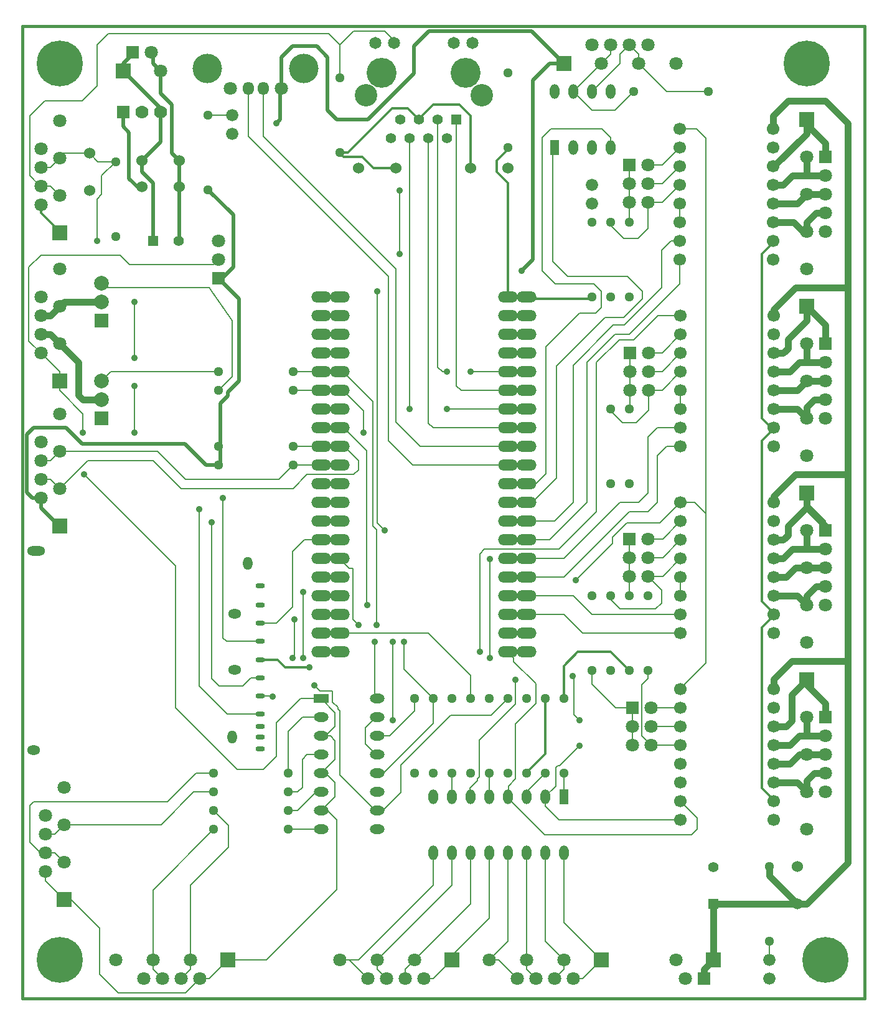
<source format=gtl>
G04 (created by PCBNEW-RS274X (2011-07-14 BZR 3049)-stable) date Fri 15 Jul 2011 10:43:33 AM CEST*
G01*
G70*
G90*
%MOIN*%
G04 Gerber Fmt 3.4, Leading zero omitted, Abs format*
%FSLAX34Y34*%
G04 APERTURE LIST*
%ADD10C,0.006000*%
%ADD11C,0.015000*%
%ADD12C,0.066900*%
%ADD13R,0.078700X0.078700*%
%ADD14C,0.070900*%
%ADD15R,0.051200X0.078700*%
%ADD16O,0.051200X0.078700*%
%ADD17R,0.078700X0.051200*%
%ADD18O,0.078700X0.051200*%
%ADD19O,0.059100X0.070900*%
%ADD20C,0.157500*%
%ADD21R,0.070900X0.070900*%
%ADD22C,0.246100*%
%ADD23O,0.106300X0.059100*%
%ADD24C,0.051200*%
%ADD25C,0.160000*%
%ADD26R,0.055000X0.055000*%
%ADD27C,0.055000*%
%ADD28C,0.120000*%
%ADD29C,0.065000*%
%ADD30C,0.060000*%
%ADD31C,0.066000*%
%ADD32C,0.070000*%
%ADD33R,0.070000X0.070000*%
%ADD34C,0.078700*%
%ADD35R,0.074800X0.074800*%
%ADD36O,0.050000X0.027600*%
%ADD37O,0.050900X0.070400*%
%ADD38O,0.070400X0.050900*%
%ADD39O,0.097800X0.050900*%
%ADD40C,0.035000*%
%ADD41C,0.013800*%
%ADD42C,0.019700*%
%ADD43C,0.008000*%
%ADD44C,0.035000*%
G04 APERTURE END LIST*
G54D10*
G54D11*
X12008Y-66043D02*
X12008Y-13976D01*
X57087Y-66043D02*
X12008Y-66043D01*
X57087Y-13976D02*
X57087Y-66043D01*
X56988Y-13976D02*
X57087Y-13976D01*
X12008Y-13976D02*
X56988Y-13976D01*
G54D12*
X47250Y-29500D03*
X47250Y-30500D03*
X47250Y-31500D03*
X47250Y-32500D03*
X47250Y-33500D03*
X47250Y-34500D03*
X47250Y-35500D03*
X47250Y-36500D03*
X52250Y-36500D03*
X52250Y-35500D03*
X52250Y-34500D03*
X52250Y-33500D03*
X52250Y-32500D03*
X52250Y-31500D03*
X52250Y-30500D03*
X52250Y-29500D03*
X47250Y-39500D03*
X47250Y-40500D03*
X47250Y-41500D03*
X47250Y-42500D03*
X47250Y-43500D03*
X47250Y-44500D03*
X47250Y-45500D03*
X47250Y-46500D03*
X52250Y-46500D03*
X52250Y-45500D03*
X52250Y-44500D03*
X52250Y-43500D03*
X52250Y-42500D03*
X52250Y-41500D03*
X52250Y-40500D03*
X52250Y-39500D03*
G54D13*
X41000Y-16000D03*
G54D14*
X43000Y-16000D03*
X45000Y-16000D03*
X47000Y-16000D03*
X42500Y-15000D03*
X43500Y-15000D03*
X44500Y-15000D03*
X45500Y-15000D03*
G54D13*
X14000Y-25050D03*
G54D14*
X14000Y-23050D03*
X14000Y-21050D03*
X14000Y-19050D03*
X13000Y-23550D03*
X13000Y-22550D03*
X13000Y-21550D03*
X13000Y-20550D03*
G54D15*
X41000Y-55250D03*
G54D16*
X40000Y-55250D03*
X39000Y-55250D03*
X38000Y-55250D03*
X37000Y-55250D03*
X36000Y-55250D03*
X35000Y-55250D03*
X34000Y-55250D03*
X34000Y-58250D03*
X35000Y-58250D03*
X36000Y-58250D03*
X37000Y-58250D03*
X38000Y-58250D03*
X39000Y-58250D03*
X40000Y-58250D03*
X41000Y-58250D03*
G54D17*
X28000Y-50000D03*
G54D18*
X28000Y-51000D03*
X28000Y-52000D03*
X28000Y-53000D03*
X28000Y-54000D03*
X28000Y-55000D03*
X28000Y-56000D03*
X28000Y-57000D03*
X31000Y-57000D03*
X31000Y-56000D03*
X31000Y-55000D03*
X31000Y-54000D03*
X31000Y-53000D03*
X31000Y-52000D03*
X31000Y-51000D03*
X31000Y-50000D03*
G54D15*
X40500Y-20500D03*
G54D16*
X41500Y-20500D03*
X42500Y-20500D03*
X43500Y-20500D03*
X43500Y-17500D03*
X42500Y-17500D03*
X41500Y-17500D03*
X40500Y-17500D03*
G54D19*
X24105Y-17320D03*
X24895Y-17320D03*
G54D14*
X23125Y-17320D03*
G54D20*
X21915Y-16250D03*
X27085Y-16250D03*
G54D14*
X25875Y-17320D03*
G54D13*
X49000Y-64000D03*
G54D14*
X47000Y-64000D03*
G54D21*
X48500Y-65000D03*
G54D14*
X47500Y-65000D03*
G54D13*
X17400Y-16400D03*
G54D14*
X19400Y-16400D03*
G54D21*
X17900Y-15400D03*
G54D14*
X18900Y-15400D03*
G54D13*
X14000Y-33000D03*
G54D14*
X14000Y-31000D03*
X14000Y-29000D03*
X14000Y-27000D03*
X13000Y-31500D03*
X13000Y-30500D03*
X13000Y-29500D03*
X13000Y-28500D03*
G54D13*
X14250Y-60750D03*
G54D14*
X14250Y-58750D03*
X14250Y-56750D03*
X14250Y-54750D03*
X13250Y-59250D03*
X13250Y-58250D03*
X13250Y-57250D03*
X13250Y-56250D03*
G54D13*
X23000Y-64000D03*
G54D14*
X21000Y-64000D03*
X19000Y-64000D03*
X17000Y-64000D03*
X21500Y-65000D03*
X20500Y-65000D03*
X19500Y-65000D03*
X18500Y-65000D03*
G54D13*
X43000Y-64000D03*
G54D14*
X41000Y-64000D03*
X39000Y-64000D03*
X37000Y-64000D03*
X41500Y-65000D03*
X40500Y-65000D03*
X39500Y-65000D03*
X38500Y-65000D03*
G54D13*
X14000Y-40750D03*
G54D14*
X14000Y-38750D03*
X14000Y-36750D03*
X14000Y-34750D03*
X13000Y-39250D03*
X13000Y-38250D03*
X13000Y-37250D03*
X13000Y-36250D03*
G54D13*
X35000Y-64000D03*
G54D14*
X33000Y-64000D03*
X31000Y-64000D03*
X29000Y-64000D03*
X33500Y-65000D03*
X32500Y-65000D03*
X31500Y-65000D03*
X30500Y-65000D03*
G54D13*
X54000Y-49000D03*
G54D14*
X54000Y-51000D03*
X54000Y-53000D03*
X54000Y-55000D03*
G54D21*
X55000Y-51000D03*
G54D14*
X55000Y-52000D03*
X55000Y-53000D03*
X55000Y-54000D03*
X54000Y-57000D03*
X55000Y-55000D03*
G54D13*
X54000Y-39000D03*
G54D14*
X54000Y-41000D03*
X54000Y-43000D03*
X54000Y-45000D03*
G54D21*
X55000Y-41000D03*
G54D14*
X55000Y-42000D03*
X55000Y-43000D03*
X55000Y-44000D03*
X54000Y-47000D03*
X55000Y-45000D03*
G54D13*
X54000Y-19000D03*
G54D14*
X54000Y-21000D03*
X54000Y-23000D03*
X54000Y-25000D03*
G54D21*
X55000Y-21000D03*
G54D14*
X55000Y-22000D03*
X55000Y-23000D03*
X55000Y-24000D03*
X54000Y-27000D03*
X55000Y-25000D03*
G54D13*
X54000Y-29000D03*
G54D14*
X54000Y-31000D03*
X54000Y-33000D03*
X54000Y-35000D03*
G54D21*
X55000Y-31000D03*
G54D14*
X55000Y-32000D03*
X55000Y-33000D03*
X55000Y-34000D03*
X54000Y-37000D03*
X55000Y-35000D03*
G54D22*
X14000Y-16000D03*
X54000Y-16000D03*
X14000Y-64000D03*
X55000Y-64000D03*
G54D23*
X39000Y-28500D03*
X39000Y-29500D03*
X39000Y-30500D03*
X39000Y-31500D03*
X39000Y-32500D03*
X39000Y-33500D03*
X39000Y-34500D03*
X39000Y-35500D03*
X39000Y-36500D03*
X39000Y-37500D03*
X39000Y-38500D03*
X39000Y-39500D03*
X39000Y-40500D03*
X39000Y-41500D03*
X39000Y-42500D03*
X39000Y-43500D03*
X39000Y-44500D03*
X39000Y-45500D03*
X39000Y-46500D03*
X39000Y-47500D03*
X28000Y-47500D03*
X28000Y-46500D03*
X28000Y-45500D03*
X28000Y-44500D03*
X28000Y-43500D03*
X28000Y-42500D03*
X28000Y-41500D03*
X28000Y-40500D03*
X28000Y-39500D03*
X28000Y-38500D03*
X28000Y-37500D03*
X28000Y-36500D03*
X28000Y-35500D03*
X28000Y-34500D03*
X28000Y-33500D03*
X28000Y-32500D03*
X28000Y-31500D03*
X28000Y-30500D03*
X28000Y-29500D03*
X28000Y-28500D03*
X29000Y-28500D03*
X29000Y-29500D03*
X29000Y-30500D03*
X29000Y-31500D03*
X29000Y-32500D03*
X29000Y-33500D03*
X29000Y-34500D03*
X29000Y-35500D03*
X29000Y-36500D03*
X29000Y-37500D03*
X29000Y-38500D03*
X29000Y-39500D03*
X29000Y-40500D03*
X29000Y-41500D03*
X29000Y-42500D03*
X29000Y-43500D03*
X29000Y-44500D03*
X29000Y-45500D03*
X29000Y-46500D03*
X29000Y-47500D03*
X38000Y-47500D03*
X38000Y-46500D03*
X38000Y-45500D03*
X38000Y-44500D03*
X38000Y-43500D03*
X38000Y-42500D03*
X38000Y-41500D03*
X38000Y-40500D03*
X38000Y-39500D03*
X38000Y-38500D03*
X38000Y-37500D03*
X38000Y-36500D03*
X38000Y-35500D03*
X38000Y-34500D03*
X38000Y-33500D03*
X38000Y-32500D03*
X38000Y-31500D03*
X38000Y-30500D03*
X38000Y-29500D03*
X38000Y-28500D03*
G54D21*
X44660Y-50500D03*
G54D14*
X45660Y-50500D03*
X44660Y-51500D03*
X45660Y-51500D03*
X44660Y-52500D03*
X45660Y-52500D03*
G54D21*
X44500Y-21420D03*
G54D14*
X45500Y-21420D03*
X44500Y-22420D03*
X45500Y-22420D03*
X44500Y-23420D03*
X45500Y-23420D03*
G54D21*
X44500Y-41460D03*
G54D14*
X45500Y-41460D03*
X44500Y-42460D03*
X45500Y-42460D03*
X44500Y-43460D03*
X45500Y-43460D03*
G54D21*
X44540Y-31480D03*
G54D14*
X45540Y-31480D03*
X44540Y-32480D03*
X45540Y-32480D03*
X44540Y-33480D03*
X45540Y-33480D03*
G54D12*
X47200Y-19500D03*
X47200Y-20500D03*
X47200Y-21500D03*
X47200Y-22500D03*
X47200Y-23500D03*
X47200Y-24500D03*
X47200Y-25500D03*
X47200Y-26500D03*
X52200Y-26500D03*
X52200Y-25500D03*
X52200Y-24500D03*
X52200Y-23500D03*
X52200Y-22500D03*
X52200Y-21500D03*
X52200Y-20500D03*
X52200Y-19500D03*
X47250Y-49500D03*
X47250Y-50500D03*
X47250Y-51500D03*
X47250Y-52500D03*
X47250Y-53500D03*
X47250Y-54500D03*
X47250Y-55500D03*
X47250Y-56500D03*
X52250Y-56500D03*
X52250Y-55500D03*
X52250Y-54500D03*
X52250Y-53500D03*
X52250Y-52500D03*
X52250Y-51500D03*
X52250Y-50500D03*
X52250Y-49500D03*
G54D24*
X26250Y-57000D03*
X22250Y-57000D03*
X41000Y-54000D03*
X41000Y-50000D03*
X40000Y-54000D03*
X40000Y-50000D03*
X21950Y-22750D03*
X21950Y-18750D03*
X26250Y-56000D03*
X22250Y-56000D03*
X37000Y-54000D03*
X37000Y-50000D03*
X45500Y-44500D03*
X45500Y-48500D03*
X35000Y-54000D03*
X35000Y-50000D03*
X33000Y-54000D03*
X33000Y-50000D03*
X42500Y-48500D03*
X42500Y-44500D03*
X34000Y-54000D03*
X34000Y-50000D03*
X38000Y-54000D03*
X38000Y-50000D03*
X26500Y-33500D03*
X22500Y-33500D03*
X43500Y-48500D03*
X43500Y-44500D03*
X26500Y-32500D03*
X22500Y-32500D03*
X44500Y-44500D03*
X44500Y-48500D03*
X43500Y-38500D03*
X43500Y-34500D03*
X17000Y-25250D03*
X17000Y-21250D03*
X44500Y-34500D03*
X44500Y-38500D03*
X36000Y-50000D03*
X36000Y-54000D03*
X43500Y-28500D03*
X43500Y-24500D03*
X26500Y-37500D03*
X22500Y-37500D03*
X26500Y-36500D03*
X22500Y-36500D03*
X44500Y-24500D03*
X44500Y-28500D03*
X52000Y-63000D03*
X52000Y-59000D03*
X42500Y-24500D03*
X42500Y-28500D03*
X29000Y-20750D03*
X29000Y-16750D03*
X38000Y-20500D03*
X38000Y-16500D03*
X48750Y-17500D03*
X44750Y-17500D03*
X39000Y-54000D03*
X39000Y-50000D03*
X26250Y-54000D03*
X22250Y-54000D03*
X26250Y-55000D03*
X22250Y-55000D03*
G54D21*
X22500Y-27500D03*
G54D14*
X22500Y-26500D03*
X22500Y-25500D03*
G54D25*
X31250Y-16500D03*
X35750Y-16500D03*
G54D26*
X35250Y-19000D03*
G54D27*
X34750Y-20000D03*
X34250Y-19000D03*
X33750Y-20000D03*
X33250Y-19000D03*
X32750Y-20000D03*
X32250Y-19000D03*
X31750Y-20000D03*
G54D28*
X36600Y-17700D03*
X30400Y-17700D03*
G54D29*
X36100Y-14900D03*
X35110Y-14900D03*
X31890Y-14900D03*
X30900Y-14900D03*
G54D30*
X53500Y-59000D03*
X53500Y-61000D03*
X15600Y-22800D03*
X15600Y-20800D03*
X38000Y-21600D03*
X36000Y-21600D03*
X30000Y-21600D03*
X32000Y-21600D03*
X20400Y-21200D03*
X18400Y-21200D03*
X20400Y-22600D03*
X18400Y-22600D03*
G54D31*
X42500Y-23500D03*
X42500Y-22500D03*
X52000Y-64000D03*
X52000Y-65000D03*
X23250Y-18750D03*
X23250Y-19750D03*
G54D26*
X49000Y-61000D03*
G54D27*
X49000Y-59031D03*
G54D26*
X19000Y-25500D03*
G54D27*
X20378Y-25500D03*
G54D32*
X19400Y-18600D03*
X18400Y-18600D03*
G54D33*
X17400Y-18600D03*
G54D34*
X16250Y-33000D03*
X16250Y-34000D03*
G54D35*
X16250Y-35000D03*
G54D34*
X16250Y-27750D03*
X16250Y-28750D03*
G54D35*
X16250Y-29750D03*
G54D36*
X24750Y-44978D03*
X24750Y-45957D03*
X24750Y-46935D03*
X24750Y-47913D03*
X24750Y-48890D03*
X24750Y-49869D03*
X24750Y-50818D03*
X24750Y-51483D03*
X24750Y-43963D03*
X24750Y-52050D03*
X24750Y-52676D03*
G54D37*
X24081Y-42770D03*
G54D38*
X23364Y-45443D03*
X23364Y-48463D03*
X12616Y-52758D03*
G54D37*
X23222Y-52053D03*
G54D39*
X12719Y-42085D03*
G54D40*
X27362Y-48327D03*
X38750Y-27100D03*
X25600Y-19200D03*
X25394Y-49902D03*
X30282Y-35770D03*
X37044Y-42532D03*
X37044Y-47824D03*
X38416Y-49000D03*
X16000Y-25500D03*
X18000Y-28750D03*
X18000Y-31750D03*
X18000Y-33250D03*
X18000Y-35750D03*
X41620Y-43660D03*
X36500Y-47500D03*
X15250Y-35750D03*
X15300Y-38000D03*
X21457Y-39862D03*
X22736Y-39272D03*
X22146Y-40551D03*
X36000Y-32500D03*
X34750Y-32500D03*
X34750Y-34500D03*
X32750Y-34500D03*
X31400Y-41000D03*
X31000Y-28200D03*
X32200Y-26200D03*
X32200Y-22800D03*
X32438Y-46942D03*
X30478Y-44982D03*
X30870Y-46942D03*
X29988Y-46060D03*
X30968Y-46060D03*
X31850Y-46942D03*
X31850Y-51156D03*
X41454Y-48804D03*
X41846Y-51156D03*
X41846Y-52528D03*
X27636Y-49294D03*
X26460Y-47824D03*
X26558Y-45766D03*
X27048Y-47824D03*
X27048Y-44296D03*
G54D41*
X24750Y-47913D02*
X25669Y-47913D01*
X26083Y-48327D02*
X27362Y-48327D01*
X25669Y-47913D02*
X26083Y-48327D01*
X44500Y-48500D02*
X43500Y-47500D01*
X41000Y-48250D02*
X41000Y-50000D01*
X41750Y-47500D02*
X41000Y-48250D01*
X43500Y-47500D02*
X41750Y-47500D01*
X33250Y-19000D02*
X33250Y-18950D01*
X36000Y-18800D02*
X36000Y-21600D01*
X35400Y-18200D02*
X36000Y-18800D01*
X34000Y-18200D02*
X35400Y-18200D01*
X33250Y-18950D02*
X34000Y-18200D01*
X29000Y-20750D02*
X29450Y-20750D01*
X32650Y-18400D02*
X33250Y-19000D01*
X31800Y-18400D02*
X32650Y-18400D01*
X29450Y-20750D02*
X31800Y-18400D01*
X52250Y-35500D02*
X52200Y-35600D01*
X52200Y-35600D02*
X51600Y-35000D01*
X51600Y-35000D02*
X51600Y-26200D01*
X51600Y-26200D02*
X52200Y-25600D01*
X52200Y-25600D02*
X52200Y-25500D01*
X52250Y-45500D02*
X52200Y-45600D01*
X52200Y-45600D02*
X51600Y-46200D01*
X51600Y-46200D02*
X51600Y-54800D01*
X51600Y-54800D02*
X52200Y-55400D01*
X52200Y-55400D02*
X52200Y-55600D01*
X52200Y-55600D02*
X52250Y-55500D01*
X52250Y-35500D02*
X52200Y-35600D01*
X52200Y-35600D02*
X51600Y-36200D01*
X51600Y-36200D02*
X51600Y-44800D01*
X51600Y-44800D02*
X52200Y-45400D01*
X52200Y-45400D02*
X52200Y-45600D01*
X52200Y-45600D02*
X52250Y-45500D01*
X38000Y-20500D02*
X38000Y-20600D01*
X38000Y-20600D02*
X37400Y-21200D01*
X37400Y-21200D02*
X37400Y-21800D01*
X37400Y-21800D02*
X38000Y-22400D01*
X38000Y-22400D02*
X38000Y-28500D01*
X39000Y-54000D02*
X39000Y-53950D01*
X39000Y-53950D02*
X40000Y-52950D01*
X40000Y-52950D02*
X40000Y-50000D01*
X32000Y-21600D02*
X30800Y-21600D01*
X30800Y-21600D02*
X30200Y-21000D01*
X30200Y-21000D02*
X29200Y-21000D01*
X29200Y-21000D02*
X29000Y-20800D01*
X29000Y-20800D02*
X29000Y-20750D01*
X14000Y-25050D02*
X14000Y-25000D01*
X14000Y-25000D02*
X13000Y-24000D01*
X13000Y-24000D02*
X13000Y-23550D01*
X39000Y-28500D02*
X39000Y-28600D01*
X39000Y-28600D02*
X42600Y-28600D01*
X42600Y-28600D02*
X42500Y-28500D01*
G54D42*
X18400Y-22600D02*
X18171Y-22600D01*
X17400Y-19369D02*
X17400Y-18600D01*
X17717Y-19686D02*
X17400Y-19369D01*
X17717Y-22146D02*
X17717Y-19686D01*
X18171Y-22600D02*
X17717Y-22146D01*
X25875Y-17320D02*
X25875Y-15660D01*
X39272Y-14272D02*
X41000Y-16000D01*
X33760Y-14272D02*
X39272Y-14272D01*
X32972Y-15060D02*
X33760Y-14272D01*
X32972Y-16536D02*
X32972Y-15060D01*
X30512Y-18996D02*
X32972Y-16536D01*
X28838Y-18996D02*
X30512Y-18996D01*
X28346Y-18504D02*
X28838Y-18996D01*
X28346Y-15649D02*
X28346Y-18504D01*
X27756Y-15059D02*
X28346Y-15649D01*
X26476Y-15059D02*
X27756Y-15059D01*
X25875Y-15660D02*
X26476Y-15059D01*
X22500Y-37500D02*
X21850Y-37500D01*
X12550Y-39250D02*
X13000Y-39250D01*
X12250Y-38950D02*
X12550Y-39250D01*
X12250Y-35850D02*
X12250Y-38950D01*
X12600Y-35500D02*
X12250Y-35850D01*
X14350Y-35500D02*
X12600Y-35500D01*
X15200Y-36350D02*
X14350Y-35500D01*
X20700Y-36350D02*
X15200Y-36350D01*
X21850Y-37500D02*
X20700Y-36350D01*
X38750Y-27100D02*
X39350Y-26500D01*
X39350Y-26500D02*
X39350Y-16900D01*
X39350Y-16900D02*
X40250Y-16000D01*
X40250Y-16000D02*
X41000Y-16000D01*
X25600Y-19200D02*
X25800Y-19000D01*
X25800Y-19000D02*
X25800Y-17400D01*
X25800Y-17400D02*
X25875Y-17320D01*
X22500Y-27500D02*
X23600Y-28600D01*
X23600Y-28600D02*
X23600Y-33000D01*
X23600Y-33000D02*
X23000Y-33600D01*
X23000Y-33600D02*
X23000Y-33800D01*
X23000Y-33800D02*
X22600Y-34200D01*
X22600Y-34200D02*
X22600Y-36600D01*
X22600Y-36600D02*
X22500Y-36500D01*
X21950Y-22750D02*
X23296Y-24096D01*
X23296Y-24096D02*
X23296Y-26900D01*
X23296Y-26900D02*
X22600Y-27596D01*
X22600Y-27596D02*
X22600Y-27600D01*
X22600Y-27600D02*
X22500Y-27500D01*
X14000Y-40750D02*
X14000Y-40800D01*
X13000Y-39800D02*
X13000Y-39250D01*
X14000Y-40800D02*
X13000Y-39800D01*
X22500Y-37500D02*
X22600Y-37600D01*
X22600Y-37600D02*
X22600Y-36600D01*
X22600Y-36600D02*
X22500Y-36500D01*
G54D43*
X31000Y-51000D02*
X30968Y-50960D01*
X30968Y-50960D02*
X30380Y-51548D01*
X30380Y-51548D02*
X30380Y-52430D01*
X30380Y-52430D02*
X30968Y-53018D01*
X30968Y-53018D02*
X31000Y-53000D01*
X24750Y-49869D02*
X25361Y-49869D01*
X25361Y-49869D02*
X25394Y-49902D01*
G54D44*
X54000Y-29000D02*
X55000Y-30000D01*
X55000Y-30000D02*
X55000Y-31000D01*
X52250Y-31500D02*
X52750Y-31500D01*
X52750Y-31500D02*
X53000Y-31250D01*
X53000Y-31250D02*
X53000Y-30750D01*
X53000Y-30750D02*
X54000Y-29750D01*
X54000Y-29750D02*
X54000Y-29000D01*
G54D43*
X55000Y-31000D02*
X55000Y-30000D01*
X54000Y-29750D02*
X54000Y-29000D01*
X53000Y-30750D02*
X54000Y-29750D01*
X53000Y-31250D02*
X53000Y-30750D01*
X52750Y-31500D02*
X53000Y-31250D01*
X47250Y-34500D02*
X47250Y-33500D01*
G54D44*
X54000Y-21000D02*
X54000Y-22000D01*
X52200Y-22500D02*
X52750Y-22500D01*
X52750Y-22500D02*
X53250Y-22000D01*
X53250Y-22000D02*
X54000Y-22000D01*
X54000Y-22000D02*
X55000Y-22000D01*
G54D43*
X53250Y-22000D02*
X55000Y-22000D01*
X52750Y-22500D02*
X53250Y-22000D01*
X47200Y-25500D02*
X46750Y-25500D01*
X40500Y-40500D02*
X38000Y-40500D01*
X41500Y-39500D02*
X40500Y-40500D01*
X41500Y-32150D02*
X41500Y-39500D01*
X43650Y-30000D02*
X41500Y-32150D01*
X44250Y-30000D02*
X43650Y-30000D01*
X46250Y-28000D02*
X44250Y-30000D01*
X46250Y-26000D02*
X46250Y-28000D01*
X46750Y-25500D02*
X46250Y-26000D01*
G54D44*
X54000Y-25000D02*
X54000Y-24500D01*
X54000Y-24500D02*
X54500Y-24000D01*
X54500Y-24000D02*
X55000Y-24000D01*
X52200Y-24500D02*
X53300Y-24500D01*
X53800Y-25000D02*
X54000Y-25000D01*
X53300Y-24500D02*
X53800Y-25000D01*
G54D43*
X54000Y-24500D02*
X54500Y-24000D01*
X54500Y-24000D02*
X55000Y-24000D01*
G54D44*
X54000Y-19000D02*
X54000Y-19250D01*
X54000Y-19250D02*
X55000Y-20250D01*
X55000Y-20250D02*
X55000Y-21000D01*
X52200Y-21500D02*
X52250Y-21500D01*
X52250Y-21500D02*
X54000Y-19750D01*
X54000Y-19750D02*
X54000Y-19000D01*
G54D43*
X54000Y-19750D02*
X54000Y-19000D01*
X52250Y-21500D02*
X54000Y-19750D01*
X55000Y-20250D02*
X55000Y-21000D01*
X54000Y-19250D02*
X55000Y-20250D01*
G54D44*
X55000Y-41000D02*
X55000Y-40750D01*
X55000Y-40750D02*
X54000Y-39750D01*
X52250Y-41500D02*
X52750Y-41500D01*
X52750Y-41500D02*
X53000Y-41250D01*
X53000Y-41250D02*
X53000Y-40750D01*
X53000Y-40750D02*
X54000Y-39750D01*
X54000Y-39750D02*
X54000Y-39000D01*
G54D43*
X54000Y-39000D02*
X54000Y-39500D01*
X55000Y-40500D02*
X55000Y-41000D01*
X54000Y-39500D02*
X55000Y-40500D01*
X54000Y-39750D02*
X54000Y-39000D01*
X53000Y-40750D02*
X54000Y-39750D01*
X53000Y-41250D02*
X53000Y-40750D01*
X52750Y-41500D02*
X53000Y-41250D01*
X44540Y-32480D02*
X44540Y-33480D01*
X44540Y-31480D02*
X44540Y-32480D01*
X44540Y-31480D02*
X44540Y-34460D01*
X44540Y-34460D02*
X44500Y-34500D01*
X45540Y-32480D02*
X46270Y-32480D01*
X46270Y-32480D02*
X47250Y-31500D01*
X43500Y-44500D02*
X43500Y-44700D01*
X46220Y-44180D02*
X45500Y-43460D01*
X46220Y-44880D02*
X46220Y-44180D01*
X45900Y-45200D02*
X46220Y-44880D01*
X44000Y-45200D02*
X45900Y-45200D01*
X43500Y-44700D02*
X44000Y-45200D01*
X45500Y-43460D02*
X46290Y-43460D01*
X46290Y-43460D02*
X47250Y-42500D01*
X44500Y-42460D02*
X44500Y-43460D01*
X44500Y-41460D02*
X44500Y-42460D01*
X44500Y-44500D02*
X44500Y-41460D01*
X45500Y-42460D02*
X46290Y-42460D01*
X46290Y-42460D02*
X47250Y-41500D01*
X52000Y-63000D02*
X52000Y-64000D01*
X45000Y-16000D02*
X46500Y-17500D01*
X46500Y-17500D02*
X48750Y-17500D01*
X44500Y-15000D02*
X45000Y-15500D01*
X45000Y-15500D02*
X45000Y-16000D01*
X42500Y-17500D02*
X44000Y-16000D01*
X44000Y-15500D02*
X44500Y-15000D01*
X44000Y-16000D02*
X44000Y-15500D01*
X29000Y-33500D02*
X29008Y-33516D01*
X29008Y-33516D02*
X29204Y-33516D01*
X29204Y-33516D02*
X30282Y-34594D01*
X30282Y-34594D02*
X30282Y-35770D01*
X37044Y-42532D02*
X37044Y-47824D01*
X38416Y-49000D02*
X38416Y-50274D01*
X38416Y-50274D02*
X36456Y-52234D01*
X36456Y-52234D02*
X36456Y-54194D01*
X36456Y-54194D02*
X36358Y-54292D01*
X36358Y-54292D02*
X36358Y-54390D01*
X36358Y-54390D02*
X35966Y-54782D01*
X35966Y-54782D02*
X35966Y-55272D01*
X35966Y-55272D02*
X36000Y-55250D01*
X29000Y-33500D02*
X28000Y-33500D01*
X26500Y-33500D02*
X28000Y-33500D01*
X16250Y-33000D02*
X16750Y-32500D01*
X16750Y-32500D02*
X22500Y-32500D01*
X22500Y-33500D02*
X23250Y-32750D01*
X16500Y-28000D02*
X22000Y-28000D01*
X22000Y-28000D02*
X23250Y-29750D01*
X16500Y-28000D02*
X16250Y-27750D01*
X23250Y-32750D02*
X23250Y-29750D01*
G54D44*
X16250Y-28750D02*
X14250Y-28750D01*
X14250Y-28750D02*
X13500Y-29500D01*
X13500Y-29500D02*
X13000Y-29500D01*
G54D43*
X14000Y-29000D02*
X14250Y-28750D01*
X13000Y-29500D02*
X13500Y-29500D01*
X13500Y-29500D02*
X14000Y-29000D01*
X36000Y-50000D02*
X36000Y-48750D01*
X33750Y-46500D02*
X28000Y-46500D01*
X36000Y-48750D02*
X33750Y-46500D01*
X17000Y-21250D02*
X16250Y-22000D01*
X16250Y-22000D02*
X16250Y-23000D01*
X16250Y-23000D02*
X16000Y-23250D01*
X16000Y-23250D02*
X16000Y-25500D01*
X18000Y-28750D02*
X18000Y-31750D01*
X18000Y-33250D02*
X18000Y-35750D01*
X17000Y-21250D02*
X16050Y-21250D01*
X16050Y-21250D02*
X15600Y-20800D01*
X15600Y-20800D02*
X14250Y-20800D01*
X14250Y-20800D02*
X14000Y-21050D01*
X28000Y-46500D02*
X29000Y-46500D01*
X13000Y-21550D02*
X13500Y-21550D01*
X13500Y-21550D02*
X14000Y-21050D01*
X21950Y-18750D02*
X23250Y-18750D01*
X43500Y-24500D02*
X43500Y-24660D01*
X45500Y-24840D02*
X45500Y-23420D01*
X44980Y-25360D02*
X45500Y-24840D01*
X44200Y-25360D02*
X44980Y-25360D01*
X43500Y-24660D02*
X44200Y-25360D01*
X45500Y-23420D02*
X46280Y-23420D01*
X46280Y-23420D02*
X47200Y-22500D01*
X44500Y-23420D02*
X44500Y-24500D01*
X44500Y-21420D02*
X44500Y-22420D01*
X44500Y-22420D02*
X44500Y-23420D01*
X45500Y-22420D02*
X46280Y-22420D01*
X46280Y-22420D02*
X47200Y-21500D01*
X46150Y-40600D02*
X47250Y-39500D01*
X44360Y-40600D02*
X46150Y-40600D01*
X43600Y-41360D02*
X44360Y-40600D01*
X43600Y-41680D02*
X43600Y-41360D01*
X41620Y-43660D02*
X43600Y-41680D01*
X28000Y-34500D02*
X29000Y-34500D01*
X47200Y-19500D02*
X48100Y-19500D01*
X48100Y-19500D02*
X48600Y-20000D01*
X48600Y-20000D02*
X48600Y-40300D01*
X47250Y-49500D02*
X47250Y-49450D01*
X47250Y-49450D02*
X48600Y-48100D01*
X48600Y-48100D02*
X48600Y-40300D01*
X48000Y-39500D02*
X47250Y-39500D01*
X48600Y-40100D02*
X48000Y-39500D01*
X48600Y-40300D02*
X48600Y-40100D01*
X46040Y-29500D02*
X46020Y-29500D01*
X36750Y-42000D02*
X36500Y-42250D01*
X42750Y-32500D02*
X42750Y-40000D01*
X42750Y-40000D02*
X40750Y-42000D01*
X40750Y-42000D02*
X36750Y-42000D01*
X36500Y-42250D02*
X36500Y-47500D01*
X42750Y-31990D02*
X42750Y-32500D01*
X43960Y-30780D02*
X42750Y-31990D01*
X44740Y-30780D02*
X43960Y-30780D01*
X46020Y-29500D02*
X44740Y-30780D01*
X47250Y-29500D02*
X46040Y-29500D01*
X46040Y-29500D02*
X46000Y-29500D01*
X29000Y-47500D02*
X28000Y-47500D01*
X24895Y-17320D02*
X24895Y-19895D01*
X33300Y-36500D02*
X39000Y-36500D01*
X32000Y-35200D02*
X33300Y-36500D01*
X32000Y-27000D02*
X32000Y-35200D01*
X24895Y-19895D02*
X32000Y-27000D01*
X38000Y-45500D02*
X39000Y-45500D01*
X39000Y-45500D02*
X41000Y-45500D01*
X41000Y-45500D02*
X42000Y-46500D01*
X42000Y-46500D02*
X47250Y-46500D01*
X47250Y-36500D02*
X46500Y-36500D01*
X41000Y-43500D02*
X38000Y-43500D01*
X44500Y-40000D02*
X41000Y-43500D01*
X45500Y-40000D02*
X44500Y-40000D01*
X46000Y-39500D02*
X45500Y-40000D01*
X46000Y-37000D02*
X46000Y-39500D01*
X46500Y-36500D02*
X46000Y-37000D01*
X14250Y-56750D02*
X19431Y-56750D01*
X21181Y-55000D02*
X22250Y-55000D01*
X19431Y-56750D02*
X21181Y-55000D01*
X13250Y-57250D02*
X13750Y-57250D01*
X13750Y-57250D02*
X14250Y-56750D01*
X13250Y-58250D02*
X12974Y-58250D01*
X21295Y-54000D02*
X22250Y-54000D01*
X19783Y-55512D02*
X21295Y-54000D01*
X12598Y-55512D02*
X19783Y-55512D01*
X12402Y-55708D02*
X12598Y-55512D01*
X12402Y-57678D02*
X12402Y-55708D01*
X12974Y-58250D02*
X12402Y-57678D01*
X13250Y-58250D02*
X13750Y-58250D01*
X13750Y-58250D02*
X14250Y-58750D01*
X28000Y-51000D02*
X27000Y-51000D01*
X26250Y-51750D02*
X26250Y-54000D01*
X27000Y-51000D02*
X26250Y-51750D01*
X14000Y-33500D02*
X15250Y-34750D01*
X15250Y-34750D02*
X15250Y-35750D01*
X14000Y-33500D02*
X14000Y-33000D01*
X26900Y-50000D02*
X28000Y-50000D01*
X25600Y-51300D02*
X26900Y-50000D01*
X25600Y-53100D02*
X25600Y-51300D01*
X24900Y-53800D02*
X25600Y-53100D01*
X23500Y-53800D02*
X24900Y-53800D01*
X20200Y-50500D02*
X23500Y-53800D01*
X20200Y-42900D02*
X20200Y-50500D01*
X15300Y-38000D02*
X20200Y-42900D01*
X23000Y-64000D02*
X25075Y-64000D01*
X28343Y-56000D02*
X28000Y-56000D01*
X28839Y-56496D02*
X28343Y-56000D01*
X28839Y-60236D02*
X28839Y-56496D01*
X25075Y-64000D02*
X28839Y-60236D01*
X14250Y-60750D02*
X14588Y-60750D01*
X20752Y-65748D02*
X21500Y-65000D01*
X17126Y-65748D02*
X20752Y-65748D01*
X16142Y-64764D02*
X17126Y-65748D01*
X16142Y-62304D02*
X16142Y-64764D01*
X14588Y-60750D02*
X16142Y-62304D01*
X21500Y-65000D02*
X22000Y-65000D01*
X22000Y-65000D02*
X23000Y-64000D01*
X13250Y-59250D02*
X13250Y-59750D01*
X13250Y-59750D02*
X14250Y-60750D01*
X28000Y-50000D02*
X28750Y-50750D01*
X28750Y-50750D02*
X28750Y-51500D01*
X28750Y-51500D02*
X28250Y-52000D01*
X28250Y-52000D02*
X28000Y-52000D01*
X28000Y-52000D02*
X28500Y-52000D01*
X28750Y-53250D02*
X28000Y-54000D01*
X28750Y-52250D02*
X28750Y-53250D01*
X28500Y-52000D02*
X28750Y-52250D01*
X28000Y-54000D02*
X28250Y-54000D01*
X28250Y-54000D02*
X28750Y-54500D01*
X28750Y-54500D02*
X28750Y-55250D01*
X28750Y-55250D02*
X28000Y-56000D01*
X22500Y-26500D02*
X22250Y-26750D01*
X12350Y-30850D02*
X13000Y-31500D01*
X12350Y-26900D02*
X12350Y-30850D01*
X13000Y-26250D02*
X12350Y-26900D01*
X17250Y-26250D02*
X13000Y-26250D01*
X17750Y-26750D02*
X17250Y-26250D01*
X22250Y-26750D02*
X17750Y-26750D01*
X14000Y-33000D02*
X14000Y-32500D01*
X14000Y-32500D02*
X13000Y-31500D01*
X28000Y-53000D02*
X27250Y-53000D01*
X26750Y-55000D02*
X26250Y-55000D01*
X27000Y-54750D02*
X26750Y-55000D01*
X27000Y-53250D02*
X27000Y-54750D01*
X27250Y-53000D02*
X27000Y-53250D01*
X28000Y-55000D02*
X27750Y-55000D01*
X26750Y-56000D02*
X26250Y-56000D01*
X27750Y-55000D02*
X26750Y-56000D01*
X26250Y-57000D02*
X27000Y-57000D01*
X27000Y-57000D02*
X28000Y-57000D01*
X33000Y-64000D02*
X35000Y-62000D01*
X36000Y-61000D02*
X36000Y-58250D01*
X35000Y-62000D02*
X36000Y-61000D01*
X32500Y-65000D02*
X32500Y-64500D01*
X32500Y-64500D02*
X33000Y-64000D01*
X37000Y-64000D02*
X37500Y-64000D01*
X37500Y-64000D02*
X38500Y-65000D01*
X38000Y-58250D02*
X38000Y-63000D01*
X38000Y-63000D02*
X37000Y-64000D01*
X21000Y-64000D02*
X21000Y-60004D01*
X23031Y-56781D02*
X22250Y-56000D01*
X23031Y-57973D02*
X23031Y-56781D01*
X21000Y-60004D02*
X23031Y-57973D01*
X21000Y-64000D02*
X21000Y-64500D01*
X21000Y-64500D02*
X20500Y-65000D01*
X24750Y-50818D02*
X22964Y-50818D01*
X21457Y-49311D02*
X21457Y-39862D01*
X22964Y-50818D02*
X21457Y-49311D01*
X28000Y-39500D02*
X29000Y-39500D01*
X24750Y-45957D02*
X25598Y-45957D01*
X27102Y-41500D02*
X29000Y-41500D01*
X26476Y-42126D02*
X27102Y-41500D01*
X26476Y-45079D02*
X26476Y-42126D01*
X25598Y-45957D02*
X26476Y-45079D01*
X28000Y-41500D02*
X29000Y-41500D01*
X24750Y-46935D02*
X22919Y-46935D01*
X22736Y-46752D02*
X22736Y-39272D01*
X22919Y-46935D02*
X22736Y-46752D01*
X28000Y-38500D02*
X29000Y-38500D01*
X24750Y-48890D02*
X24239Y-48890D01*
X22146Y-48917D02*
X22146Y-40551D01*
X22540Y-49311D02*
X22146Y-48917D01*
X23818Y-49311D02*
X22540Y-49311D01*
X24239Y-48890D02*
X23818Y-49311D01*
X28000Y-40500D02*
X29000Y-40500D01*
X14000Y-38750D02*
X15500Y-37250D01*
X29250Y-36500D02*
X29000Y-36500D01*
X30000Y-37250D02*
X29250Y-36500D01*
X30000Y-37750D02*
X30000Y-37250D01*
X29750Y-38000D02*
X30000Y-37750D01*
X27250Y-38000D02*
X29750Y-38000D01*
X26500Y-38750D02*
X27250Y-38000D01*
X20500Y-38750D02*
X26500Y-38750D01*
X19000Y-37250D02*
X20500Y-38750D01*
X15500Y-37250D02*
X19000Y-37250D01*
X26500Y-36500D02*
X28000Y-36500D01*
X28000Y-36500D02*
X29000Y-36500D01*
X13000Y-38250D02*
X13500Y-38250D01*
X13500Y-38250D02*
X14000Y-38750D01*
G54D42*
X20400Y-21200D02*
X20000Y-20800D01*
X20000Y-20800D02*
X20000Y-18200D01*
X20000Y-18200D02*
X19400Y-17600D01*
X19400Y-17600D02*
X19400Y-16400D01*
X20400Y-22600D02*
X20400Y-25600D01*
X20400Y-25600D02*
X20378Y-25500D01*
X19400Y-16400D02*
X19000Y-16000D01*
X19000Y-16000D02*
X19000Y-15400D01*
X19000Y-15400D02*
X18900Y-15400D01*
X20400Y-22600D02*
X20400Y-21200D01*
G54D43*
X38000Y-32500D02*
X36000Y-32500D01*
X34500Y-32500D02*
X34750Y-32500D01*
X34250Y-32250D02*
X34250Y-19000D01*
X34250Y-32250D02*
X34500Y-32500D01*
X39000Y-32500D02*
X38000Y-32500D01*
X38000Y-34500D02*
X34750Y-34500D01*
X32750Y-34500D02*
X32750Y-20000D01*
X39000Y-34500D02*
X38000Y-34500D01*
X35500Y-33500D02*
X38000Y-33500D01*
X35250Y-33250D02*
X35250Y-19000D01*
X35250Y-33250D02*
X35500Y-33500D01*
X39000Y-33500D02*
X38000Y-33500D01*
X33750Y-35250D02*
X33750Y-20000D01*
X34000Y-35500D02*
X33750Y-35250D01*
X34000Y-35500D02*
X38000Y-35500D01*
X39000Y-35500D02*
X38000Y-35500D01*
X44660Y-51500D02*
X44660Y-52500D01*
X44660Y-50500D02*
X43780Y-50500D01*
X42500Y-49220D02*
X42500Y-48500D01*
X43780Y-50500D02*
X42500Y-49220D01*
X44660Y-50500D02*
X44660Y-52500D01*
G54D44*
X54000Y-49000D02*
X54000Y-49250D01*
X54000Y-49250D02*
X55000Y-50250D01*
X55000Y-50250D02*
X55000Y-51000D01*
X52250Y-51500D02*
X52900Y-51500D01*
X53200Y-49800D02*
X54000Y-49000D01*
X53200Y-51200D02*
X53200Y-49800D01*
X52900Y-51500D02*
X53200Y-51200D01*
G54D43*
X55000Y-50250D02*
X55000Y-51000D01*
X54000Y-49250D02*
X55000Y-50250D01*
X45660Y-51500D02*
X47250Y-51500D01*
X35000Y-64000D02*
X35000Y-63750D01*
X37000Y-61750D02*
X37000Y-58250D01*
X35000Y-63750D02*
X37000Y-61750D01*
X33500Y-65000D02*
X34000Y-65000D01*
X34000Y-65000D02*
X35000Y-64000D01*
X31000Y-64000D02*
X32500Y-62500D01*
X35000Y-60000D02*
X35000Y-58250D01*
X32500Y-62500D02*
X35000Y-60000D01*
X31000Y-64000D02*
X31000Y-64500D01*
X31000Y-64500D02*
X31500Y-65000D01*
X41500Y-65000D02*
X42000Y-65000D01*
X42000Y-65000D02*
X43000Y-64000D01*
X41000Y-58250D02*
X41000Y-62000D01*
X41000Y-62000D02*
X43000Y-64000D01*
X41000Y-64000D02*
X41000Y-64500D01*
X41000Y-64500D02*
X40500Y-65000D01*
X40000Y-58250D02*
X40000Y-63000D01*
X40000Y-63000D02*
X41000Y-64000D01*
X39000Y-64000D02*
X39000Y-58250D01*
X39000Y-64000D02*
X39000Y-64500D01*
X39000Y-64500D02*
X39500Y-65000D01*
X41000Y-54000D02*
X41000Y-55250D01*
X39000Y-55250D02*
X39000Y-55000D01*
X39000Y-55000D02*
X40000Y-54000D01*
X37000Y-55250D02*
X37000Y-54000D01*
X35000Y-54000D02*
X35000Y-55250D01*
X29000Y-64000D02*
X30000Y-64000D01*
X34000Y-60000D02*
X34000Y-58250D01*
X30000Y-64000D02*
X34000Y-60000D01*
X29000Y-64000D02*
X29500Y-64000D01*
X29500Y-64000D02*
X30500Y-65000D01*
X40500Y-20500D02*
X40400Y-20600D01*
X45200Y-28200D02*
X45200Y-28600D01*
X44400Y-27400D02*
X45200Y-28200D01*
X41200Y-27400D02*
X44400Y-27400D01*
X40400Y-26600D02*
X41200Y-27400D01*
X40400Y-20600D02*
X40400Y-26600D01*
X45200Y-28600D02*
X44200Y-29600D01*
X44200Y-29600D02*
X43200Y-29600D01*
X43200Y-29600D02*
X40600Y-32200D01*
X40600Y-32200D02*
X40600Y-38200D01*
X40600Y-38200D02*
X39200Y-39600D01*
X39200Y-39600D02*
X38100Y-39600D01*
X38100Y-39600D02*
X38000Y-39500D01*
X38000Y-39500D02*
X39000Y-39500D01*
X24105Y-17320D02*
X24105Y-19905D01*
X32900Y-37500D02*
X39000Y-37500D01*
X31600Y-36200D02*
X32900Y-37500D01*
X31600Y-27400D02*
X31600Y-36200D01*
X24105Y-19905D02*
X31600Y-27400D01*
X47250Y-35500D02*
X46000Y-35500D01*
X41000Y-42500D02*
X38000Y-42500D01*
X44000Y-39500D02*
X41000Y-42500D01*
X45000Y-39500D02*
X44000Y-39500D01*
X45500Y-39000D02*
X45000Y-39500D01*
X45500Y-36000D02*
X45500Y-39000D01*
X46000Y-35500D02*
X45500Y-36000D01*
X38000Y-44500D02*
X41500Y-44500D01*
X42500Y-45500D02*
X47250Y-45500D01*
X41500Y-44500D02*
X42500Y-45500D01*
X47250Y-44500D02*
X47250Y-43500D01*
G54D44*
X54000Y-45000D02*
X54000Y-44500D01*
X54000Y-44500D02*
X54500Y-44000D01*
X54500Y-44000D02*
X55000Y-44000D01*
X52250Y-44500D02*
X53500Y-44500D01*
X53500Y-44500D02*
X54000Y-45000D01*
G54D43*
X55000Y-44000D02*
X54500Y-44000D01*
X54500Y-44000D02*
X54000Y-44500D01*
X53500Y-44500D02*
X54000Y-45000D01*
G54D44*
X54000Y-41000D02*
X54000Y-42000D01*
X52250Y-42500D02*
X52750Y-42500D01*
X52750Y-42500D02*
X53250Y-42000D01*
X53250Y-42000D02*
X54000Y-42000D01*
X54000Y-42000D02*
X55000Y-42000D01*
G54D43*
X53250Y-42000D02*
X55000Y-42000D01*
X52750Y-42500D02*
X53250Y-42000D01*
X43500Y-34500D02*
X43500Y-34600D01*
X45540Y-34560D02*
X45540Y-33480D01*
X44880Y-35220D02*
X45540Y-34560D01*
X44120Y-35220D02*
X44880Y-35220D01*
X43500Y-34600D02*
X44120Y-35220D01*
X45540Y-33480D02*
X46270Y-33480D01*
X46270Y-33480D02*
X47250Y-32500D01*
X45540Y-31480D02*
X46270Y-31480D01*
X46270Y-31480D02*
X47250Y-30500D01*
G54D44*
X54000Y-33000D02*
X55000Y-33000D01*
X52250Y-33500D02*
X53500Y-33500D01*
X53500Y-33500D02*
X54000Y-33000D01*
G54D43*
X53500Y-33500D02*
X54000Y-33000D01*
X31890Y-14900D02*
X31890Y-14764D01*
X29728Y-14272D02*
X29000Y-15000D01*
X31398Y-14272D02*
X29728Y-14272D01*
X31890Y-14764D02*
X31398Y-14272D01*
X31400Y-41000D02*
X31000Y-40600D01*
X31000Y-40600D02*
X31000Y-28200D01*
X32200Y-26200D02*
X32200Y-22800D01*
X28406Y-14406D02*
X29000Y-15000D01*
X12950Y-22550D02*
X12400Y-22000D01*
X12400Y-22000D02*
X12400Y-18800D01*
X12400Y-18800D02*
X13200Y-18000D01*
X13200Y-18000D02*
X15200Y-18000D01*
X15200Y-18000D02*
X16000Y-17200D01*
X16000Y-17200D02*
X16000Y-15000D01*
X16000Y-15000D02*
X16594Y-14406D01*
X16594Y-14406D02*
X28406Y-14406D01*
X13000Y-22550D02*
X12950Y-22550D01*
X29000Y-15000D02*
X29000Y-16750D01*
X13000Y-22550D02*
X13500Y-22550D01*
X13500Y-22550D02*
X14000Y-23050D01*
X28000Y-45500D02*
X29000Y-45500D01*
X30434Y-36800D02*
X30434Y-36734D01*
X29200Y-35500D02*
X29000Y-35500D01*
X30434Y-36734D02*
X29200Y-35500D01*
X34000Y-50000D02*
X34006Y-49980D01*
X34006Y-49980D02*
X32438Y-48412D01*
X32438Y-48412D02*
X32438Y-46942D01*
X30478Y-44982D02*
X30434Y-44938D01*
X30434Y-44938D02*
X30434Y-36800D01*
X30434Y-36800D02*
X30434Y-36804D01*
X29008Y-35476D02*
X29000Y-35500D01*
X31000Y-54000D02*
X31335Y-54000D01*
X34000Y-51335D02*
X34000Y-50000D01*
X31335Y-54000D02*
X34000Y-51335D01*
X28000Y-35500D02*
X29000Y-35500D01*
X31000Y-50000D02*
X30968Y-49980D01*
X30968Y-49980D02*
X30870Y-49882D01*
X30870Y-49882D02*
X30870Y-46942D01*
X29988Y-46060D02*
X29694Y-45766D01*
X29694Y-45766D02*
X29694Y-43022D01*
X29694Y-43022D02*
X29498Y-43022D01*
X29498Y-43022D02*
X29008Y-42532D01*
X29008Y-42532D02*
X29000Y-42500D01*
X45500Y-41460D02*
X46290Y-41460D01*
X46290Y-41460D02*
X47250Y-40500D01*
X45500Y-48500D02*
X45500Y-48920D01*
X45160Y-52000D02*
X45660Y-52500D01*
X45160Y-49260D02*
X45160Y-52000D01*
X45500Y-48920D02*
X45160Y-49260D01*
X45660Y-52500D02*
X47250Y-52500D01*
X45660Y-50500D02*
X47250Y-50500D01*
G54D44*
X13500Y-30500D02*
X14000Y-31000D01*
X13000Y-30500D02*
X13500Y-30500D01*
X14000Y-31000D02*
X13600Y-30600D01*
X16250Y-34000D02*
X15250Y-34000D01*
X15250Y-34000D02*
X15000Y-33750D01*
X15000Y-33750D02*
X15000Y-32000D01*
X15000Y-32000D02*
X14000Y-31000D01*
G54D43*
X15000Y-32000D02*
X15000Y-33750D01*
X41500Y-17500D02*
X42500Y-18500D01*
X43750Y-18500D02*
X44750Y-17500D01*
X42500Y-18500D02*
X43750Y-18500D01*
X41500Y-17500D02*
X43000Y-16000D01*
X43000Y-16000D02*
X43500Y-15500D01*
X43500Y-15500D02*
X43500Y-15000D01*
X29000Y-32500D02*
X29008Y-32536D01*
X29008Y-32536D02*
X29204Y-32536D01*
X29204Y-32536D02*
X30772Y-34104D01*
X30772Y-34104D02*
X30772Y-40768D01*
X30772Y-40768D02*
X30968Y-40964D01*
X30968Y-40964D02*
X30968Y-46060D01*
X31850Y-46942D02*
X31850Y-51156D01*
X28000Y-32500D02*
X26500Y-32500D01*
G54D44*
X54000Y-52000D02*
X53600Y-52000D01*
X53100Y-52500D02*
X52250Y-52500D01*
X53600Y-52000D02*
X53100Y-52500D01*
X54000Y-52000D02*
X55000Y-52000D01*
X54000Y-51000D02*
X54000Y-52000D01*
G54D43*
X54250Y-52000D02*
X54000Y-52000D01*
X54000Y-51000D02*
X54000Y-51750D01*
X54250Y-52000D02*
X55000Y-52000D01*
X54000Y-51750D02*
X54250Y-52000D01*
G54D44*
X55000Y-54000D02*
X54400Y-54000D01*
X54000Y-54400D02*
X54000Y-55000D01*
X54400Y-54000D02*
X54000Y-54400D01*
X52250Y-54500D02*
X53500Y-54500D01*
X53500Y-54500D02*
X54000Y-55000D01*
X52250Y-43500D02*
X52900Y-43500D01*
X53400Y-43000D02*
X55000Y-43000D01*
X52900Y-43500D02*
X53400Y-43000D01*
G54D43*
X54000Y-43000D02*
X53500Y-43000D01*
X53000Y-43500D02*
X52250Y-43500D01*
X53500Y-43000D02*
X53000Y-43500D01*
X54000Y-43000D02*
X55000Y-43000D01*
G54D44*
X54000Y-31000D02*
X54000Y-32000D01*
X52250Y-32500D02*
X53100Y-32500D01*
X53100Y-32500D02*
X53600Y-32000D01*
X53600Y-32000D02*
X54000Y-32000D01*
X54000Y-32000D02*
X55000Y-32000D01*
X54000Y-35000D02*
X54000Y-34400D01*
X54400Y-34000D02*
X55000Y-34000D01*
X54000Y-34400D02*
X54400Y-34000D01*
X52250Y-34500D02*
X53500Y-34500D01*
X53500Y-34500D02*
X54000Y-35000D01*
G54D43*
X53500Y-34500D02*
X54000Y-35000D01*
G54D44*
X52200Y-23500D02*
X53500Y-23500D01*
X53500Y-23500D02*
X54000Y-23000D01*
X54000Y-23000D02*
X55000Y-23000D01*
G54D43*
X53500Y-23500D02*
X54000Y-23000D01*
X47200Y-26500D02*
X47200Y-27800D01*
X47200Y-27800D02*
X44500Y-30500D01*
X44500Y-30500D02*
X43750Y-30500D01*
X43750Y-30500D02*
X42250Y-32000D01*
X42250Y-32000D02*
X42250Y-39500D01*
X42250Y-39500D02*
X40250Y-41500D01*
X40250Y-41500D02*
X38000Y-41500D01*
X45500Y-21420D02*
X46280Y-21420D01*
X46280Y-21420D02*
X47200Y-20500D01*
X47200Y-23500D02*
X47200Y-24500D01*
X19000Y-64000D02*
X19000Y-60250D01*
X19000Y-60250D02*
X22250Y-57000D01*
X19000Y-64000D02*
X19000Y-64500D01*
X19000Y-64500D02*
X19500Y-65000D01*
X41454Y-48804D02*
X41454Y-48836D01*
X41454Y-48836D02*
X41552Y-48934D01*
X40000Y-55250D02*
X39984Y-55272D01*
X41552Y-50862D02*
X41552Y-48934D01*
X41846Y-51156D02*
X41552Y-50862D01*
X40768Y-53606D02*
X41846Y-52528D01*
X40670Y-53606D02*
X40768Y-53606D01*
X40572Y-53704D02*
X40670Y-53606D01*
X40572Y-54684D02*
X40572Y-53704D01*
X39984Y-55272D02*
X40572Y-54684D01*
X41552Y-48934D02*
X41552Y-48804D01*
X40000Y-55250D02*
X40000Y-55750D01*
X40750Y-56500D02*
X47250Y-56500D01*
X40000Y-55750D02*
X40750Y-56500D01*
X39000Y-46500D02*
X38000Y-46500D01*
G54D44*
X55000Y-53000D02*
X54000Y-53000D01*
X52250Y-53500D02*
X53100Y-53500D01*
X53100Y-53500D02*
X53600Y-53000D01*
X53600Y-53000D02*
X54000Y-53000D01*
G54D43*
X38000Y-55250D02*
X38000Y-55322D01*
X48130Y-56380D02*
X47250Y-55500D01*
X48130Y-56988D02*
X48130Y-56380D01*
X47835Y-57283D02*
X48130Y-56988D01*
X39961Y-57283D02*
X47835Y-57283D01*
X38000Y-55322D02*
X39961Y-57283D01*
X38000Y-47500D02*
X38024Y-47530D01*
X38024Y-47530D02*
X38318Y-47824D01*
X38318Y-47824D02*
X38318Y-48020D01*
X38318Y-48020D02*
X39495Y-49197D01*
X39495Y-49197D02*
X39495Y-50273D01*
X39495Y-50273D02*
X38416Y-51352D01*
X38416Y-51352D02*
X38416Y-54292D01*
X38416Y-54292D02*
X38024Y-54684D01*
X38024Y-54684D02*
X38024Y-55272D01*
X38024Y-55272D02*
X38000Y-55250D01*
X39000Y-38500D02*
X39500Y-38500D01*
X43500Y-19950D02*
X43500Y-20500D01*
X43050Y-19500D02*
X43500Y-19950D01*
X40300Y-19500D02*
X43050Y-19500D01*
X39850Y-19950D02*
X40300Y-19500D01*
X39850Y-27100D02*
X39850Y-19950D01*
X40532Y-27782D02*
X39850Y-27100D01*
X42600Y-27782D02*
X40532Y-27782D01*
X43000Y-28182D02*
X42600Y-27782D01*
X43000Y-29050D02*
X43000Y-28182D01*
X42700Y-29350D02*
X43000Y-29050D01*
X41850Y-29350D02*
X42700Y-29350D01*
X40050Y-31150D02*
X41850Y-29350D01*
X40050Y-37950D02*
X40050Y-31150D01*
X39500Y-38500D02*
X40050Y-37950D01*
X14000Y-36750D02*
X19250Y-36750D01*
X25750Y-38250D02*
X26500Y-37500D01*
X20750Y-38250D02*
X25750Y-38250D01*
X19250Y-36750D02*
X20750Y-38250D01*
X26500Y-37500D02*
X28000Y-37500D01*
X28000Y-37500D02*
X29000Y-37500D01*
X13000Y-37250D02*
X13500Y-37250D01*
X13500Y-37250D02*
X14000Y-36750D01*
X30968Y-55958D02*
X30870Y-55958D01*
X30870Y-55958D02*
X29008Y-54096D01*
X29008Y-54096D02*
X29008Y-50666D01*
X29008Y-50666D02*
X28910Y-50568D01*
X28910Y-50568D02*
X28910Y-50470D01*
X28910Y-50470D02*
X28616Y-50176D01*
X28616Y-50176D02*
X28616Y-49588D01*
X28616Y-49588D02*
X27930Y-49588D01*
X27930Y-49588D02*
X27636Y-49294D01*
X26460Y-47824D02*
X26558Y-47726D01*
X26558Y-47726D02*
X26558Y-45766D01*
X30968Y-55958D02*
X31000Y-56000D01*
X31000Y-56000D02*
X31304Y-56000D01*
X31304Y-56000D02*
X32283Y-55021D01*
X32283Y-55021D02*
X32283Y-53544D01*
X32283Y-53544D02*
X34941Y-50886D01*
X34941Y-50886D02*
X37114Y-50886D01*
X37114Y-50886D02*
X38000Y-50000D01*
X28000Y-44500D02*
X29000Y-44500D01*
X27048Y-47824D02*
X27048Y-44296D01*
X31000Y-52000D02*
X31662Y-52000D01*
X33000Y-50662D02*
X33000Y-50000D01*
X31662Y-52000D02*
X33000Y-50662D01*
X28000Y-43500D02*
X29000Y-43500D01*
G54D42*
X17400Y-16400D02*
X19400Y-18400D01*
X19400Y-18400D02*
X19400Y-18600D01*
X19000Y-25500D02*
X19000Y-22400D01*
X19000Y-22400D02*
X18400Y-21800D01*
X18400Y-21800D02*
X18400Y-21200D01*
X18400Y-21200D02*
X19400Y-20200D01*
X19400Y-20200D02*
X19400Y-18600D01*
X17900Y-15400D02*
X18000Y-15400D01*
X18000Y-15400D02*
X17400Y-16000D01*
X17400Y-16000D02*
X17400Y-16400D01*
G54D44*
X49000Y-61000D02*
X53500Y-61000D01*
X52000Y-59000D02*
X52000Y-59500D01*
X52000Y-59500D02*
X53500Y-61000D01*
X56200Y-56500D02*
X56200Y-58800D01*
X54000Y-61000D02*
X49000Y-61000D01*
X56200Y-58800D02*
X54000Y-61000D01*
X49000Y-61000D02*
X49000Y-64000D01*
X48500Y-65000D02*
X48500Y-64500D01*
X48500Y-64500D02*
X49000Y-64000D01*
X52250Y-29500D02*
X52250Y-29150D01*
X53400Y-28000D02*
X56200Y-28000D01*
X52250Y-29150D02*
X53400Y-28000D01*
X52250Y-39500D02*
X52250Y-39150D01*
X53400Y-38000D02*
X56200Y-38000D01*
X52250Y-39150D02*
X53400Y-38000D01*
X52250Y-49500D02*
X52250Y-48950D01*
X53200Y-48000D02*
X56200Y-48000D01*
X52250Y-48950D02*
X53200Y-48000D01*
X56200Y-56600D02*
X56200Y-56500D01*
X56200Y-56500D02*
X56200Y-48000D01*
X52200Y-18800D02*
X52200Y-19500D01*
X56200Y-28000D02*
X56200Y-19200D01*
X56200Y-19200D02*
X55000Y-18000D01*
X55000Y-18000D02*
X53000Y-18000D01*
X53000Y-18000D02*
X52200Y-18800D01*
X56200Y-38000D02*
X56200Y-28000D01*
X56200Y-48000D02*
X56200Y-38000D01*
M02*

</source>
